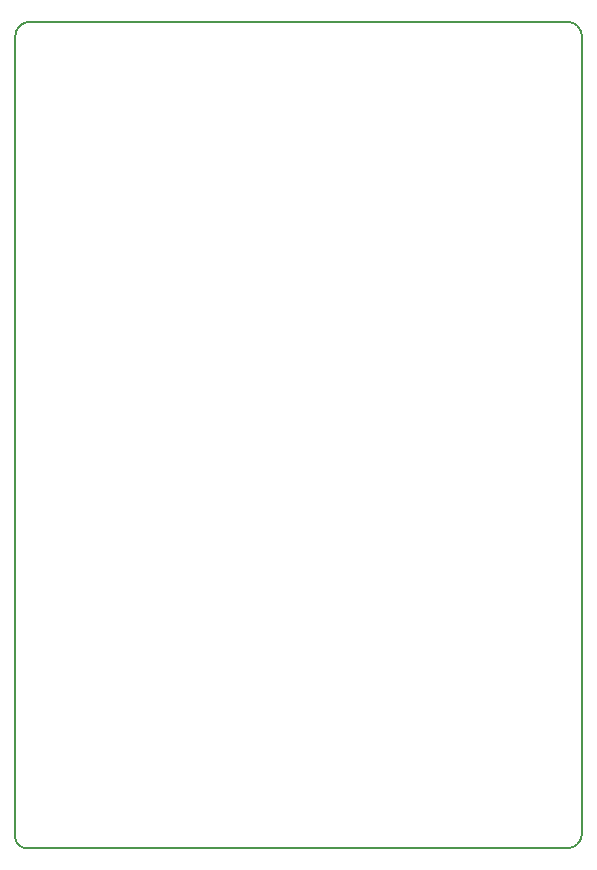
<source format=gm1>
G04*
G04 #@! TF.GenerationSoftware,Altium Limited,Altium Designer,18.0.7 (293)*
G04*
G04 Layer_Color=16711935*
%FSLAX25Y25*%
%MOIN*%
G70*
G01*
G75*
%ADD10C,0.00591*%
D10*
X0Y3937D02*
G03*
X3937Y0I3937J0D01*
G01*
X5000Y275590D02*
G03*
X0Y270590I0J-5000D01*
G01*
X188976D02*
G03*
X183976Y275590I-5000J0D01*
G01*
Y0D02*
G03*
X188976Y5000I0J5000D01*
G01*
X145669Y275590D02*
X183976D01*
X-0Y270590D02*
X0Y3937D01*
X5000Y275590D02*
X145669D01*
X188976Y19685D02*
Y270590D01*
Y5000D02*
Y19685D01*
X3937Y0D02*
X183976D01*
M02*

</source>
